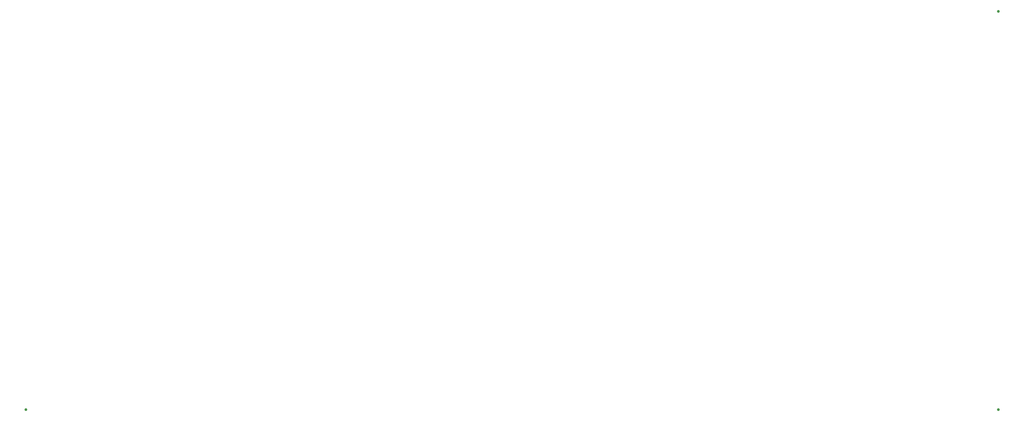
<source format=gbp>
%FSLAX24Y24*%
%MOIN*%
G70*
G01*
G75*
G04 Layer_Color=128*
%ADD10R,0.1299X0.0787*%
%ADD11R,0.0866X0.0925*%
%ADD12R,0.0610X0.0925*%
%ADD13R,0.0335X0.0335*%
%ADD14R,0.0394X0.0394*%
%ADD15O,0.0236X0.0866*%
%ADD16O,0.0236X0.0866*%
%ADD17R,0.0787X0.2362*%
%ADD18R,0.0354X0.0354*%
%ADD19R,0.0630X0.1181*%
%ADD20C,0.0394*%
%ADD21R,0.0335X0.0669*%
%ADD22R,0.0472X0.1378*%
%ADD23R,0.2185X0.2559*%
%ADD24R,0.0492X0.1201*%
%ADD25O,0.0689X0.0217*%
%ADD26O,0.0217X0.0689*%
%ADD27R,0.0630X0.0236*%
%ADD28R,0.0630X0.0236*%
%ADD29C,0.0150*%
%ADD30C,0.0250*%
%ADD31C,0.0500*%
%ADD32C,0.0100*%
%ADD33C,0.0300*%
%ADD34C,0.2500*%
%ADD35C,0.0472*%
%ADD36R,0.0591X0.0591*%
%ADD37C,0.0591*%
%ADD38C,0.0472*%
%ADD39C,0.0591*%
%ADD40R,0.0591X0.0591*%
%ADD41C,0.0630*%
%ADD42C,0.1161*%
%ADD43C,0.0500*%
%ADD44C,0.0098*%
%ADD45C,0.0236*%
%ADD46C,0.0079*%
D20*
X203000Y99500D02*
D03*
Y43500D02*
D03*
X66500D02*
D03*
M02*

</source>
